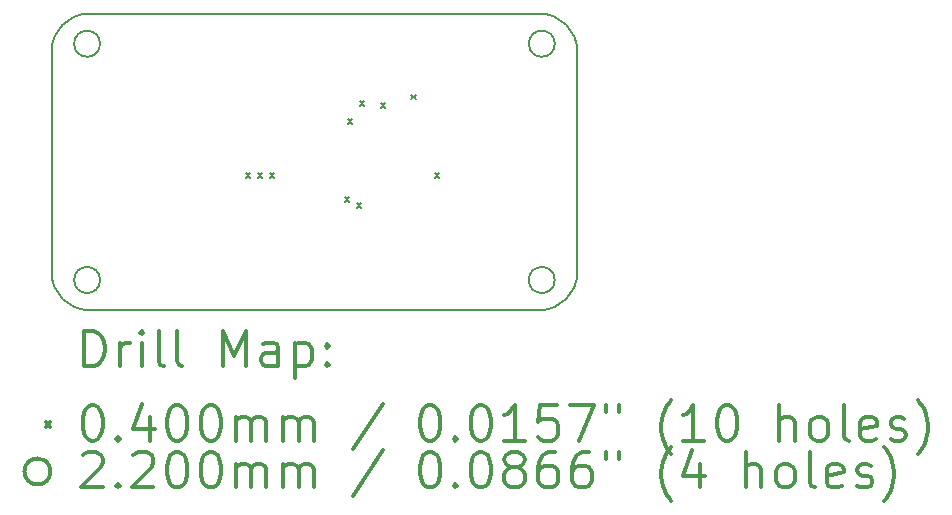
<source format=gbr>
%FSLAX45Y45*%
G04 Gerber Fmt 4.5, Leading zero omitted, Abs format (unit mm)*
G04 Created by KiCad (PCBNEW (5.1.12)-1) date 2023-04-24 20:05:02*
%MOMM*%
%LPD*%
G01*
G04 APERTURE LIST*
%TA.AperFunction,Profile*%
%ADD10C,0.200000*%
%TD*%
%ADD11C,0.200000*%
%ADD12C,0.300000*%
G04 APERTURE END LIST*
D10*
X17521068Y-5501144D02*
G75*
G02*
X17838568Y-5818644I0J-317500D01*
G01*
X13388568Y-5818644D02*
G75*
G02*
X13706068Y-5501144I317500J0D01*
G01*
X13388568Y-5818644D02*
X13388568Y-7693644D01*
X13706068Y-8011144D02*
X17521068Y-8011144D01*
X17521068Y-5501144D02*
X13706068Y-5501144D01*
X17838568Y-7693644D02*
X17838568Y-5818644D01*
X17838568Y-7693644D02*
G75*
G02*
X17521068Y-8011144I-317500J0D01*
G01*
X13706068Y-8011144D02*
G75*
G02*
X13388568Y-7693644I0J317500D01*
G01*
D11*
X15032116Y-6851716D02*
X15072116Y-6891716D01*
X15072116Y-6851716D02*
X15032116Y-6891716D01*
X15132116Y-6851716D02*
X15172116Y-6891716D01*
X15172116Y-6851716D02*
X15132116Y-6891716D01*
X15233716Y-6851716D02*
X15273716Y-6891716D01*
X15273716Y-6851716D02*
X15233716Y-6891716D01*
X15868716Y-7054916D02*
X15908716Y-7094916D01*
X15908716Y-7054916D02*
X15868716Y-7094916D01*
X15894116Y-6394516D02*
X15934116Y-6434516D01*
X15934116Y-6394516D02*
X15894116Y-6434516D01*
X15970316Y-7105716D02*
X16010316Y-7145716D01*
X16010316Y-7105716D02*
X15970316Y-7145716D01*
X15996181Y-6242581D02*
X16036181Y-6282581D01*
X16036181Y-6242581D02*
X15996181Y-6282581D01*
X16173516Y-6260116D02*
X16213516Y-6300116D01*
X16213516Y-6260116D02*
X16173516Y-6300116D01*
X16429712Y-6187616D02*
X16469712Y-6227616D01*
X16469712Y-6187616D02*
X16429712Y-6227616D01*
X16630716Y-6851716D02*
X16670716Y-6891716D01*
X16670716Y-6851716D02*
X16630716Y-6891716D01*
X13798568Y-5756144D02*
G75*
G03*
X13798568Y-5756144I-110000J0D01*
G01*
X13798568Y-7756144D02*
G75*
G03*
X13798568Y-7756144I-110000J0D01*
G01*
X17648568Y-5756144D02*
G75*
G03*
X17648568Y-5756144I-110000J0D01*
G01*
X17648568Y-7756144D02*
G75*
G03*
X17648568Y-7756144I-110000J0D01*
G01*
D12*
X13664996Y-8486858D02*
X13664996Y-8186858D01*
X13736425Y-8186858D01*
X13779282Y-8201144D01*
X13807854Y-8229715D01*
X13822139Y-8258287D01*
X13836425Y-8315430D01*
X13836425Y-8358287D01*
X13822139Y-8415430D01*
X13807854Y-8444001D01*
X13779282Y-8472573D01*
X13736425Y-8486858D01*
X13664996Y-8486858D01*
X13964996Y-8486858D02*
X13964996Y-8286858D01*
X13964996Y-8344001D02*
X13979282Y-8315430D01*
X13993568Y-8301144D01*
X14022139Y-8286858D01*
X14050711Y-8286858D01*
X14150711Y-8486858D02*
X14150711Y-8286858D01*
X14150711Y-8186858D02*
X14136425Y-8201144D01*
X14150711Y-8215430D01*
X14164996Y-8201144D01*
X14150711Y-8186858D01*
X14150711Y-8215430D01*
X14336425Y-8486858D02*
X14307854Y-8472573D01*
X14293568Y-8444001D01*
X14293568Y-8186858D01*
X14493568Y-8486858D02*
X14464996Y-8472573D01*
X14450711Y-8444001D01*
X14450711Y-8186858D01*
X14836425Y-8486858D02*
X14836425Y-8186858D01*
X14936425Y-8401144D01*
X15036425Y-8186858D01*
X15036425Y-8486858D01*
X15307854Y-8486858D02*
X15307854Y-8329715D01*
X15293568Y-8301144D01*
X15264996Y-8286858D01*
X15207854Y-8286858D01*
X15179282Y-8301144D01*
X15307854Y-8472573D02*
X15279282Y-8486858D01*
X15207854Y-8486858D01*
X15179282Y-8472573D01*
X15164996Y-8444001D01*
X15164996Y-8415430D01*
X15179282Y-8386858D01*
X15207854Y-8372573D01*
X15279282Y-8372573D01*
X15307854Y-8358287D01*
X15450711Y-8286858D02*
X15450711Y-8586858D01*
X15450711Y-8301144D02*
X15479282Y-8286858D01*
X15536425Y-8286858D01*
X15564996Y-8301144D01*
X15579282Y-8315430D01*
X15593568Y-8344001D01*
X15593568Y-8429716D01*
X15579282Y-8458287D01*
X15564996Y-8472573D01*
X15536425Y-8486858D01*
X15479282Y-8486858D01*
X15450711Y-8472573D01*
X15722139Y-8458287D02*
X15736425Y-8472573D01*
X15722139Y-8486858D01*
X15707854Y-8472573D01*
X15722139Y-8458287D01*
X15722139Y-8486858D01*
X15722139Y-8301144D02*
X15736425Y-8315430D01*
X15722139Y-8329715D01*
X15707854Y-8315430D01*
X15722139Y-8301144D01*
X15722139Y-8329715D01*
X13338568Y-8961144D02*
X13378568Y-9001144D01*
X13378568Y-8961144D02*
X13338568Y-9001144D01*
X13722139Y-8816858D02*
X13750711Y-8816858D01*
X13779282Y-8831144D01*
X13793568Y-8845430D01*
X13807854Y-8874001D01*
X13822139Y-8931144D01*
X13822139Y-9002573D01*
X13807854Y-9059716D01*
X13793568Y-9088287D01*
X13779282Y-9102573D01*
X13750711Y-9116858D01*
X13722139Y-9116858D01*
X13693568Y-9102573D01*
X13679282Y-9088287D01*
X13664996Y-9059716D01*
X13650711Y-9002573D01*
X13650711Y-8931144D01*
X13664996Y-8874001D01*
X13679282Y-8845430D01*
X13693568Y-8831144D01*
X13722139Y-8816858D01*
X13950711Y-9088287D02*
X13964996Y-9102573D01*
X13950711Y-9116858D01*
X13936425Y-9102573D01*
X13950711Y-9088287D01*
X13950711Y-9116858D01*
X14222139Y-8916858D02*
X14222139Y-9116858D01*
X14150711Y-8802573D02*
X14079282Y-9016858D01*
X14264996Y-9016858D01*
X14436425Y-8816858D02*
X14464996Y-8816858D01*
X14493568Y-8831144D01*
X14507854Y-8845430D01*
X14522139Y-8874001D01*
X14536425Y-8931144D01*
X14536425Y-9002573D01*
X14522139Y-9059716D01*
X14507854Y-9088287D01*
X14493568Y-9102573D01*
X14464996Y-9116858D01*
X14436425Y-9116858D01*
X14407854Y-9102573D01*
X14393568Y-9088287D01*
X14379282Y-9059716D01*
X14364996Y-9002573D01*
X14364996Y-8931144D01*
X14379282Y-8874001D01*
X14393568Y-8845430D01*
X14407854Y-8831144D01*
X14436425Y-8816858D01*
X14722139Y-8816858D02*
X14750711Y-8816858D01*
X14779282Y-8831144D01*
X14793568Y-8845430D01*
X14807854Y-8874001D01*
X14822139Y-8931144D01*
X14822139Y-9002573D01*
X14807854Y-9059716D01*
X14793568Y-9088287D01*
X14779282Y-9102573D01*
X14750711Y-9116858D01*
X14722139Y-9116858D01*
X14693568Y-9102573D01*
X14679282Y-9088287D01*
X14664996Y-9059716D01*
X14650711Y-9002573D01*
X14650711Y-8931144D01*
X14664996Y-8874001D01*
X14679282Y-8845430D01*
X14693568Y-8831144D01*
X14722139Y-8816858D01*
X14950711Y-9116858D02*
X14950711Y-8916858D01*
X14950711Y-8945430D02*
X14964996Y-8931144D01*
X14993568Y-8916858D01*
X15036425Y-8916858D01*
X15064996Y-8931144D01*
X15079282Y-8959716D01*
X15079282Y-9116858D01*
X15079282Y-8959716D02*
X15093568Y-8931144D01*
X15122139Y-8916858D01*
X15164996Y-8916858D01*
X15193568Y-8931144D01*
X15207854Y-8959716D01*
X15207854Y-9116858D01*
X15350711Y-9116858D02*
X15350711Y-8916858D01*
X15350711Y-8945430D02*
X15364996Y-8931144D01*
X15393568Y-8916858D01*
X15436425Y-8916858D01*
X15464996Y-8931144D01*
X15479282Y-8959716D01*
X15479282Y-9116858D01*
X15479282Y-8959716D02*
X15493568Y-8931144D01*
X15522139Y-8916858D01*
X15564996Y-8916858D01*
X15593568Y-8931144D01*
X15607854Y-8959716D01*
X15607854Y-9116858D01*
X16193568Y-8802573D02*
X15936425Y-9188287D01*
X16579282Y-8816858D02*
X16607854Y-8816858D01*
X16636425Y-8831144D01*
X16650711Y-8845430D01*
X16664996Y-8874001D01*
X16679282Y-8931144D01*
X16679282Y-9002573D01*
X16664996Y-9059716D01*
X16650711Y-9088287D01*
X16636425Y-9102573D01*
X16607854Y-9116858D01*
X16579282Y-9116858D01*
X16550711Y-9102573D01*
X16536425Y-9088287D01*
X16522139Y-9059716D01*
X16507854Y-9002573D01*
X16507854Y-8931144D01*
X16522139Y-8874001D01*
X16536425Y-8845430D01*
X16550711Y-8831144D01*
X16579282Y-8816858D01*
X16807854Y-9088287D02*
X16822139Y-9102573D01*
X16807854Y-9116858D01*
X16793568Y-9102573D01*
X16807854Y-9088287D01*
X16807854Y-9116858D01*
X17007854Y-8816858D02*
X17036425Y-8816858D01*
X17064996Y-8831144D01*
X17079282Y-8845430D01*
X17093568Y-8874001D01*
X17107854Y-8931144D01*
X17107854Y-9002573D01*
X17093568Y-9059716D01*
X17079282Y-9088287D01*
X17064996Y-9102573D01*
X17036425Y-9116858D01*
X17007854Y-9116858D01*
X16979282Y-9102573D01*
X16964996Y-9088287D01*
X16950711Y-9059716D01*
X16936425Y-9002573D01*
X16936425Y-8931144D01*
X16950711Y-8874001D01*
X16964996Y-8845430D01*
X16979282Y-8831144D01*
X17007854Y-8816858D01*
X17393568Y-9116858D02*
X17222139Y-9116858D01*
X17307854Y-9116858D02*
X17307854Y-8816858D01*
X17279282Y-8859716D01*
X17250711Y-8888287D01*
X17222139Y-8902573D01*
X17664996Y-8816858D02*
X17522139Y-8816858D01*
X17507854Y-8959716D01*
X17522139Y-8945430D01*
X17550711Y-8931144D01*
X17622139Y-8931144D01*
X17650711Y-8945430D01*
X17664996Y-8959716D01*
X17679282Y-8988287D01*
X17679282Y-9059716D01*
X17664996Y-9088287D01*
X17650711Y-9102573D01*
X17622139Y-9116858D01*
X17550711Y-9116858D01*
X17522139Y-9102573D01*
X17507854Y-9088287D01*
X17779282Y-8816858D02*
X17979282Y-8816858D01*
X17850711Y-9116858D01*
X18079282Y-8816858D02*
X18079282Y-8874001D01*
X18193568Y-8816858D02*
X18193568Y-8874001D01*
X18636425Y-9231144D02*
X18622139Y-9216858D01*
X18593568Y-9174001D01*
X18579282Y-9145430D01*
X18564996Y-9102573D01*
X18550711Y-9031144D01*
X18550711Y-8974001D01*
X18564996Y-8902573D01*
X18579282Y-8859716D01*
X18593568Y-8831144D01*
X18622139Y-8788287D01*
X18636425Y-8774001D01*
X18907854Y-9116858D02*
X18736425Y-9116858D01*
X18822139Y-9116858D02*
X18822139Y-8816858D01*
X18793568Y-8859716D01*
X18764996Y-8888287D01*
X18736425Y-8902573D01*
X19093568Y-8816858D02*
X19122139Y-8816858D01*
X19150711Y-8831144D01*
X19164996Y-8845430D01*
X19179282Y-8874001D01*
X19193568Y-8931144D01*
X19193568Y-9002573D01*
X19179282Y-9059716D01*
X19164996Y-9088287D01*
X19150711Y-9102573D01*
X19122139Y-9116858D01*
X19093568Y-9116858D01*
X19064996Y-9102573D01*
X19050711Y-9088287D01*
X19036425Y-9059716D01*
X19022139Y-9002573D01*
X19022139Y-8931144D01*
X19036425Y-8874001D01*
X19050711Y-8845430D01*
X19064996Y-8831144D01*
X19093568Y-8816858D01*
X19550711Y-9116858D02*
X19550711Y-8816858D01*
X19679282Y-9116858D02*
X19679282Y-8959716D01*
X19664996Y-8931144D01*
X19636425Y-8916858D01*
X19593568Y-8916858D01*
X19564996Y-8931144D01*
X19550711Y-8945430D01*
X19864996Y-9116858D02*
X19836425Y-9102573D01*
X19822139Y-9088287D01*
X19807854Y-9059716D01*
X19807854Y-8974001D01*
X19822139Y-8945430D01*
X19836425Y-8931144D01*
X19864996Y-8916858D01*
X19907854Y-8916858D01*
X19936425Y-8931144D01*
X19950711Y-8945430D01*
X19964996Y-8974001D01*
X19964996Y-9059716D01*
X19950711Y-9088287D01*
X19936425Y-9102573D01*
X19907854Y-9116858D01*
X19864996Y-9116858D01*
X20136425Y-9116858D02*
X20107854Y-9102573D01*
X20093568Y-9074001D01*
X20093568Y-8816858D01*
X20364996Y-9102573D02*
X20336425Y-9116858D01*
X20279282Y-9116858D01*
X20250711Y-9102573D01*
X20236425Y-9074001D01*
X20236425Y-8959716D01*
X20250711Y-8931144D01*
X20279282Y-8916858D01*
X20336425Y-8916858D01*
X20364996Y-8931144D01*
X20379282Y-8959716D01*
X20379282Y-8988287D01*
X20236425Y-9016858D01*
X20493568Y-9102573D02*
X20522139Y-9116858D01*
X20579282Y-9116858D01*
X20607854Y-9102573D01*
X20622139Y-9074001D01*
X20622139Y-9059716D01*
X20607854Y-9031144D01*
X20579282Y-9016858D01*
X20536425Y-9016858D01*
X20507854Y-9002573D01*
X20493568Y-8974001D01*
X20493568Y-8959716D01*
X20507854Y-8931144D01*
X20536425Y-8916858D01*
X20579282Y-8916858D01*
X20607854Y-8931144D01*
X20722139Y-9231144D02*
X20736425Y-9216858D01*
X20764996Y-9174001D01*
X20779282Y-9145430D01*
X20793568Y-9102573D01*
X20807854Y-9031144D01*
X20807854Y-8974001D01*
X20793568Y-8902573D01*
X20779282Y-8859716D01*
X20764996Y-8831144D01*
X20736425Y-8788287D01*
X20722139Y-8774001D01*
X13378568Y-9377144D02*
G75*
G03*
X13378568Y-9377144I-110000J0D01*
G01*
X13650711Y-9241430D02*
X13664996Y-9227144D01*
X13693568Y-9212858D01*
X13764996Y-9212858D01*
X13793568Y-9227144D01*
X13807854Y-9241430D01*
X13822139Y-9270001D01*
X13822139Y-9298573D01*
X13807854Y-9341430D01*
X13636425Y-9512858D01*
X13822139Y-9512858D01*
X13950711Y-9484287D02*
X13964996Y-9498573D01*
X13950711Y-9512858D01*
X13936425Y-9498573D01*
X13950711Y-9484287D01*
X13950711Y-9512858D01*
X14079282Y-9241430D02*
X14093568Y-9227144D01*
X14122139Y-9212858D01*
X14193568Y-9212858D01*
X14222139Y-9227144D01*
X14236425Y-9241430D01*
X14250711Y-9270001D01*
X14250711Y-9298573D01*
X14236425Y-9341430D01*
X14064996Y-9512858D01*
X14250711Y-9512858D01*
X14436425Y-9212858D02*
X14464996Y-9212858D01*
X14493568Y-9227144D01*
X14507854Y-9241430D01*
X14522139Y-9270001D01*
X14536425Y-9327144D01*
X14536425Y-9398573D01*
X14522139Y-9455716D01*
X14507854Y-9484287D01*
X14493568Y-9498573D01*
X14464996Y-9512858D01*
X14436425Y-9512858D01*
X14407854Y-9498573D01*
X14393568Y-9484287D01*
X14379282Y-9455716D01*
X14364996Y-9398573D01*
X14364996Y-9327144D01*
X14379282Y-9270001D01*
X14393568Y-9241430D01*
X14407854Y-9227144D01*
X14436425Y-9212858D01*
X14722139Y-9212858D02*
X14750711Y-9212858D01*
X14779282Y-9227144D01*
X14793568Y-9241430D01*
X14807854Y-9270001D01*
X14822139Y-9327144D01*
X14822139Y-9398573D01*
X14807854Y-9455716D01*
X14793568Y-9484287D01*
X14779282Y-9498573D01*
X14750711Y-9512858D01*
X14722139Y-9512858D01*
X14693568Y-9498573D01*
X14679282Y-9484287D01*
X14664996Y-9455716D01*
X14650711Y-9398573D01*
X14650711Y-9327144D01*
X14664996Y-9270001D01*
X14679282Y-9241430D01*
X14693568Y-9227144D01*
X14722139Y-9212858D01*
X14950711Y-9512858D02*
X14950711Y-9312858D01*
X14950711Y-9341430D02*
X14964996Y-9327144D01*
X14993568Y-9312858D01*
X15036425Y-9312858D01*
X15064996Y-9327144D01*
X15079282Y-9355716D01*
X15079282Y-9512858D01*
X15079282Y-9355716D02*
X15093568Y-9327144D01*
X15122139Y-9312858D01*
X15164996Y-9312858D01*
X15193568Y-9327144D01*
X15207854Y-9355716D01*
X15207854Y-9512858D01*
X15350711Y-9512858D02*
X15350711Y-9312858D01*
X15350711Y-9341430D02*
X15364996Y-9327144D01*
X15393568Y-9312858D01*
X15436425Y-9312858D01*
X15464996Y-9327144D01*
X15479282Y-9355716D01*
X15479282Y-9512858D01*
X15479282Y-9355716D02*
X15493568Y-9327144D01*
X15522139Y-9312858D01*
X15564996Y-9312858D01*
X15593568Y-9327144D01*
X15607854Y-9355716D01*
X15607854Y-9512858D01*
X16193568Y-9198573D02*
X15936425Y-9584287D01*
X16579282Y-9212858D02*
X16607854Y-9212858D01*
X16636425Y-9227144D01*
X16650711Y-9241430D01*
X16664996Y-9270001D01*
X16679282Y-9327144D01*
X16679282Y-9398573D01*
X16664996Y-9455716D01*
X16650711Y-9484287D01*
X16636425Y-9498573D01*
X16607854Y-9512858D01*
X16579282Y-9512858D01*
X16550711Y-9498573D01*
X16536425Y-9484287D01*
X16522139Y-9455716D01*
X16507854Y-9398573D01*
X16507854Y-9327144D01*
X16522139Y-9270001D01*
X16536425Y-9241430D01*
X16550711Y-9227144D01*
X16579282Y-9212858D01*
X16807854Y-9484287D02*
X16822139Y-9498573D01*
X16807854Y-9512858D01*
X16793568Y-9498573D01*
X16807854Y-9484287D01*
X16807854Y-9512858D01*
X17007854Y-9212858D02*
X17036425Y-9212858D01*
X17064996Y-9227144D01*
X17079282Y-9241430D01*
X17093568Y-9270001D01*
X17107854Y-9327144D01*
X17107854Y-9398573D01*
X17093568Y-9455716D01*
X17079282Y-9484287D01*
X17064996Y-9498573D01*
X17036425Y-9512858D01*
X17007854Y-9512858D01*
X16979282Y-9498573D01*
X16964996Y-9484287D01*
X16950711Y-9455716D01*
X16936425Y-9398573D01*
X16936425Y-9327144D01*
X16950711Y-9270001D01*
X16964996Y-9241430D01*
X16979282Y-9227144D01*
X17007854Y-9212858D01*
X17279282Y-9341430D02*
X17250711Y-9327144D01*
X17236425Y-9312858D01*
X17222139Y-9284287D01*
X17222139Y-9270001D01*
X17236425Y-9241430D01*
X17250711Y-9227144D01*
X17279282Y-9212858D01*
X17336425Y-9212858D01*
X17364996Y-9227144D01*
X17379282Y-9241430D01*
X17393568Y-9270001D01*
X17393568Y-9284287D01*
X17379282Y-9312858D01*
X17364996Y-9327144D01*
X17336425Y-9341430D01*
X17279282Y-9341430D01*
X17250711Y-9355716D01*
X17236425Y-9370001D01*
X17222139Y-9398573D01*
X17222139Y-9455716D01*
X17236425Y-9484287D01*
X17250711Y-9498573D01*
X17279282Y-9512858D01*
X17336425Y-9512858D01*
X17364996Y-9498573D01*
X17379282Y-9484287D01*
X17393568Y-9455716D01*
X17393568Y-9398573D01*
X17379282Y-9370001D01*
X17364996Y-9355716D01*
X17336425Y-9341430D01*
X17650711Y-9212858D02*
X17593568Y-9212858D01*
X17564996Y-9227144D01*
X17550711Y-9241430D01*
X17522139Y-9284287D01*
X17507854Y-9341430D01*
X17507854Y-9455716D01*
X17522139Y-9484287D01*
X17536425Y-9498573D01*
X17564996Y-9512858D01*
X17622139Y-9512858D01*
X17650711Y-9498573D01*
X17664996Y-9484287D01*
X17679282Y-9455716D01*
X17679282Y-9384287D01*
X17664996Y-9355716D01*
X17650711Y-9341430D01*
X17622139Y-9327144D01*
X17564996Y-9327144D01*
X17536425Y-9341430D01*
X17522139Y-9355716D01*
X17507854Y-9384287D01*
X17936425Y-9212858D02*
X17879282Y-9212858D01*
X17850711Y-9227144D01*
X17836425Y-9241430D01*
X17807854Y-9284287D01*
X17793568Y-9341430D01*
X17793568Y-9455716D01*
X17807854Y-9484287D01*
X17822139Y-9498573D01*
X17850711Y-9512858D01*
X17907854Y-9512858D01*
X17936425Y-9498573D01*
X17950711Y-9484287D01*
X17964996Y-9455716D01*
X17964996Y-9384287D01*
X17950711Y-9355716D01*
X17936425Y-9341430D01*
X17907854Y-9327144D01*
X17850711Y-9327144D01*
X17822139Y-9341430D01*
X17807854Y-9355716D01*
X17793568Y-9384287D01*
X18079282Y-9212858D02*
X18079282Y-9270001D01*
X18193568Y-9212858D02*
X18193568Y-9270001D01*
X18636425Y-9627144D02*
X18622139Y-9612858D01*
X18593568Y-9570001D01*
X18579282Y-9541430D01*
X18564996Y-9498573D01*
X18550711Y-9427144D01*
X18550711Y-9370001D01*
X18564996Y-9298573D01*
X18579282Y-9255716D01*
X18593568Y-9227144D01*
X18622139Y-9184287D01*
X18636425Y-9170001D01*
X18879282Y-9312858D02*
X18879282Y-9512858D01*
X18807854Y-9198573D02*
X18736425Y-9412858D01*
X18922139Y-9412858D01*
X19264996Y-9512858D02*
X19264996Y-9212858D01*
X19393568Y-9512858D02*
X19393568Y-9355716D01*
X19379282Y-9327144D01*
X19350711Y-9312858D01*
X19307854Y-9312858D01*
X19279282Y-9327144D01*
X19264996Y-9341430D01*
X19579282Y-9512858D02*
X19550711Y-9498573D01*
X19536425Y-9484287D01*
X19522139Y-9455716D01*
X19522139Y-9370001D01*
X19536425Y-9341430D01*
X19550711Y-9327144D01*
X19579282Y-9312858D01*
X19622139Y-9312858D01*
X19650711Y-9327144D01*
X19664996Y-9341430D01*
X19679282Y-9370001D01*
X19679282Y-9455716D01*
X19664996Y-9484287D01*
X19650711Y-9498573D01*
X19622139Y-9512858D01*
X19579282Y-9512858D01*
X19850711Y-9512858D02*
X19822139Y-9498573D01*
X19807854Y-9470001D01*
X19807854Y-9212858D01*
X20079282Y-9498573D02*
X20050711Y-9512858D01*
X19993568Y-9512858D01*
X19964996Y-9498573D01*
X19950711Y-9470001D01*
X19950711Y-9355716D01*
X19964996Y-9327144D01*
X19993568Y-9312858D01*
X20050711Y-9312858D01*
X20079282Y-9327144D01*
X20093568Y-9355716D01*
X20093568Y-9384287D01*
X19950711Y-9412858D01*
X20207854Y-9498573D02*
X20236425Y-9512858D01*
X20293568Y-9512858D01*
X20322139Y-9498573D01*
X20336425Y-9470001D01*
X20336425Y-9455716D01*
X20322139Y-9427144D01*
X20293568Y-9412858D01*
X20250711Y-9412858D01*
X20222139Y-9398573D01*
X20207854Y-9370001D01*
X20207854Y-9355716D01*
X20222139Y-9327144D01*
X20250711Y-9312858D01*
X20293568Y-9312858D01*
X20322139Y-9327144D01*
X20436425Y-9627144D02*
X20450711Y-9612858D01*
X20479282Y-9570001D01*
X20493568Y-9541430D01*
X20507854Y-9498573D01*
X20522139Y-9427144D01*
X20522139Y-9370001D01*
X20507854Y-9298573D01*
X20493568Y-9255716D01*
X20479282Y-9227144D01*
X20450711Y-9184287D01*
X20436425Y-9170001D01*
M02*

</source>
